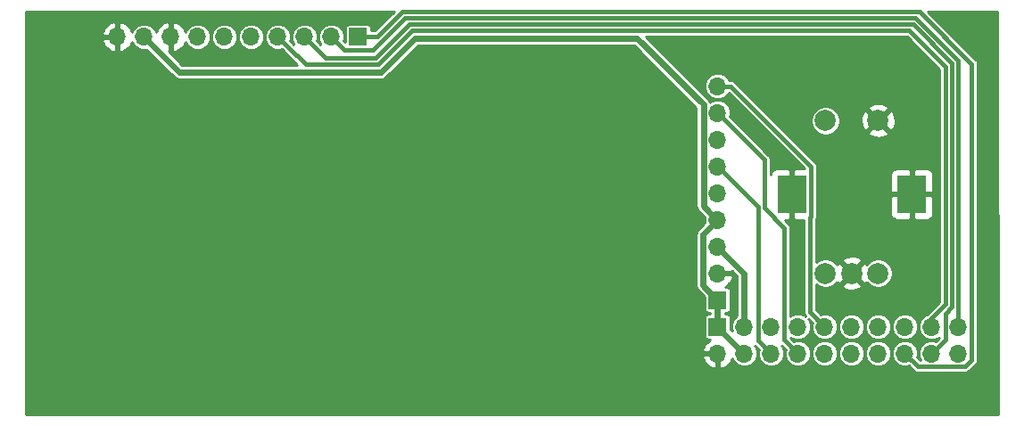
<source format=gtl>
G04 #@! TF.GenerationSoftware,KiCad,Pcbnew,(5.1.4-0)*
G04 #@! TF.CreationDate,2019-11-11T14:35:41+00:00*
G04 #@! TF.ProjectId,2M_DRA818V_Transceiver_tft_encoder,324d5f44-5241-4383-9138-565f5472616e,rev?*
G04 #@! TF.SameCoordinates,Original*
G04 #@! TF.FileFunction,Copper,L1,Top*
G04 #@! TF.FilePolarity,Positive*
%FSLAX46Y46*%
G04 Gerber Fmt 4.6, Leading zero omitted, Abs format (unit mm)*
G04 Created by KiCad (PCBNEW (5.1.4-0)) date 2019-11-11 14:35:41*
%MOMM*%
%LPD*%
G04 APERTURE LIST*
%ADD10R,1.700000X1.700000*%
%ADD11O,1.700000X1.700000*%
%ADD12R,2.800000X3.600000*%
%ADD13C,2.000000*%
%ADD14C,0.600000*%
%ADD15C,0.400000*%
%ADD16C,0.254000*%
G04 APERTURE END LIST*
D10*
X114046000Y-142367000D03*
D11*
X114046000Y-144907000D03*
X116586000Y-142367000D03*
X116586000Y-144907000D03*
X119126000Y-142367000D03*
X119126000Y-144907000D03*
X121666000Y-142367000D03*
X121666000Y-144907000D03*
X124206000Y-142367000D03*
X124206000Y-144907000D03*
X126746000Y-142367000D03*
X126746000Y-144907000D03*
X129286000Y-142367000D03*
X129286000Y-144907000D03*
X131826000Y-142367000D03*
X131826000Y-144907000D03*
X134366000Y-142367000D03*
X134366000Y-144907000D03*
X136906000Y-142367000D03*
X136906000Y-144907000D03*
D10*
X114046000Y-139827000D03*
D11*
X114046000Y-137287000D03*
X114046000Y-134747000D03*
X114046000Y-132207000D03*
X114046000Y-129667000D03*
X114046000Y-127127000D03*
X114046000Y-124587000D03*
X114046000Y-122047000D03*
X114046000Y-119507000D03*
D12*
X121086000Y-129787000D03*
X132486000Y-129787000D03*
D13*
X124286000Y-122787000D03*
X129286000Y-122787000D03*
X124286000Y-137287000D03*
X126786000Y-137287000D03*
X129286000Y-137287000D03*
D10*
X79921100Y-114833400D03*
D11*
X77381100Y-114833400D03*
X74841100Y-114833400D03*
X72301100Y-114833400D03*
X69761100Y-114833400D03*
X67221100Y-114833400D03*
X64681100Y-114833400D03*
X62141100Y-114833400D03*
X59601100Y-114833400D03*
X57061100Y-114833400D03*
D14*
X116586000Y-144907000D02*
X114046000Y-142367000D01*
X113196001Y-133056999D02*
X114046000Y-132207000D01*
X112687100Y-133565900D02*
X113196001Y-133056999D01*
X112687100Y-138468100D02*
X112687100Y-133565900D01*
X114046000Y-139827000D02*
X112687100Y-138468100D01*
X113196001Y-131357001D02*
X114046000Y-132207000D01*
X112695999Y-121268499D02*
X112695999Y-130856999D01*
X85336385Y-114951750D02*
X106379250Y-114951750D01*
X59601100Y-114833400D02*
X62933120Y-118165420D01*
X62933120Y-118165420D02*
X82122715Y-118165420D01*
X106379250Y-114951750D02*
X112695999Y-121268499D01*
X112695999Y-130856999D02*
X113196001Y-131357001D01*
X82122715Y-118165420D02*
X85336385Y-114951750D01*
X114046000Y-142367000D02*
X114046000Y-139827000D01*
X116586000Y-137287000D02*
X114046000Y-134747000D01*
X116586000Y-142367000D02*
X116586000Y-137287000D01*
D15*
X117875999Y-130956999D02*
X114895999Y-127976999D01*
X114895999Y-127976999D02*
X114046000Y-127127000D01*
X117875999Y-143656999D02*
X117875999Y-130956999D01*
X119126000Y-144907000D02*
X117875999Y-143656999D01*
X114895999Y-122896999D02*
X114046000Y-122047000D01*
X118476009Y-131097011D02*
X118476009Y-126477009D01*
X120376001Y-132997003D02*
X118476009Y-131097011D01*
X120376001Y-143617001D02*
X120376001Y-132997003D01*
X118476009Y-126477009D02*
X114895999Y-122896999D01*
X121666000Y-144907000D02*
X120376001Y-143617001D01*
X122886001Y-127144920D02*
X115248081Y-119507000D01*
X115248081Y-119507000D02*
X114046000Y-119507000D01*
X122886001Y-131907001D02*
X122886001Y-127144920D01*
X122806001Y-131987001D02*
X122886001Y-131907001D01*
X122806001Y-140967001D02*
X122806001Y-131987001D01*
X124206000Y-142367000D02*
X122806001Y-140967001D01*
X84144290Y-112451710D02*
X81762600Y-114833400D01*
X81762600Y-114833400D02*
X79921100Y-114833400D01*
X133203510Y-112451710D02*
X84144290Y-112451710D01*
X138156001Y-145507001D02*
X138156001Y-117404201D01*
X138156001Y-117404201D02*
X133203510Y-112451710D01*
X137506001Y-146157001D02*
X138156001Y-145507001D01*
X133076001Y-146157001D02*
X137506001Y-146157001D01*
X131826000Y-144907000D02*
X133076001Y-146157001D01*
X73151099Y-115683399D02*
X72301100Y-114833400D01*
X74933110Y-117465410D02*
X73151099Y-115683399D01*
X81832762Y-117465410D02*
X74933110Y-117465410D01*
X132247640Y-114251740D02*
X85046432Y-114251740D01*
X135705980Y-117710080D02*
X132247640Y-114251740D01*
X135705980Y-140241978D02*
X135705980Y-117710080D01*
X85046432Y-114251740D02*
X81832762Y-117465410D01*
X134366000Y-141581958D02*
X135705980Y-140241978D01*
X134366000Y-142367000D02*
X134366000Y-141581958D01*
X76873100Y-116865400D02*
X75691099Y-115683399D01*
X81584230Y-116865400D02*
X76873100Y-116865400D01*
X84797900Y-113651730D02*
X81584230Y-116865400D01*
X132589788Y-113651730D02*
X84797900Y-113651730D01*
X136305990Y-117367932D02*
X132589788Y-113651730D01*
X136305990Y-140490510D02*
X136305990Y-117367932D01*
X135655999Y-141140501D02*
X136305990Y-140490510D01*
X75691099Y-115683399D02*
X74841100Y-114833400D01*
X135655999Y-143617001D02*
X135655999Y-141140501D01*
X134366000Y-144907000D02*
X135655999Y-143617001D01*
X78231099Y-115683399D02*
X77381100Y-114833400D01*
X84392822Y-113051720D02*
X81361141Y-116083401D01*
X81361141Y-116083401D02*
X78631101Y-116083401D01*
X78631101Y-116083401D02*
X78231099Y-115683399D01*
X132838320Y-113051720D02*
X84392822Y-113051720D01*
X136906000Y-117119400D02*
X132838320Y-113051720D01*
X136906000Y-142367000D02*
X136906000Y-117119400D01*
D16*
G36*
X81521943Y-114252400D02*
G01*
X81153943Y-114252400D01*
X81153943Y-113983400D01*
X81146587Y-113908711D01*
X81124801Y-113836892D01*
X81089422Y-113770704D01*
X81041811Y-113712689D01*
X80983796Y-113665078D01*
X80917608Y-113629699D01*
X80845789Y-113607913D01*
X80771100Y-113600557D01*
X79071100Y-113600557D01*
X78996411Y-113607913D01*
X78924592Y-113629699D01*
X78858404Y-113665078D01*
X78800389Y-113712689D01*
X78752778Y-113770704D01*
X78717399Y-113836892D01*
X78695613Y-113908711D01*
X78688257Y-113983400D01*
X78688257Y-115318900D01*
X78662112Y-115292755D01*
X78662108Y-115292750D01*
X78559327Y-115189969D01*
X78594288Y-115074718D01*
X78618056Y-114833400D01*
X78594288Y-114592082D01*
X78523898Y-114360037D01*
X78409591Y-114146184D01*
X78255760Y-113958740D01*
X78068316Y-113804909D01*
X77854463Y-113690602D01*
X77622418Y-113620212D01*
X77441572Y-113602400D01*
X77320628Y-113602400D01*
X77139782Y-113620212D01*
X76907737Y-113690602D01*
X76693884Y-113804909D01*
X76506440Y-113958740D01*
X76352609Y-114146184D01*
X76238302Y-114360037D01*
X76167912Y-114592082D01*
X76144144Y-114833400D01*
X76167912Y-115074718D01*
X76238302Y-115306763D01*
X76352609Y-115520616D01*
X76364672Y-115535314D01*
X76122112Y-115292755D01*
X76122108Y-115292750D01*
X76019327Y-115189969D01*
X76054288Y-115074718D01*
X76078056Y-114833400D01*
X76054288Y-114592082D01*
X75983898Y-114360037D01*
X75869591Y-114146184D01*
X75715760Y-113958740D01*
X75528316Y-113804909D01*
X75314463Y-113690602D01*
X75082418Y-113620212D01*
X74901572Y-113602400D01*
X74780628Y-113602400D01*
X74599782Y-113620212D01*
X74367737Y-113690602D01*
X74153884Y-113804909D01*
X73966440Y-113958740D01*
X73812609Y-114146184D01*
X73698302Y-114360037D01*
X73627912Y-114592082D01*
X73604144Y-114833400D01*
X73627912Y-115074718D01*
X73698302Y-115306763D01*
X73812609Y-115520616D01*
X73824671Y-115535314D01*
X73582112Y-115292755D01*
X73582108Y-115292750D01*
X73479327Y-115189969D01*
X73514288Y-115074718D01*
X73538056Y-114833400D01*
X73514288Y-114592082D01*
X73443898Y-114360037D01*
X73329591Y-114146184D01*
X73175760Y-113958740D01*
X72988316Y-113804909D01*
X72774463Y-113690602D01*
X72542418Y-113620212D01*
X72361572Y-113602400D01*
X72240628Y-113602400D01*
X72059782Y-113620212D01*
X71827737Y-113690602D01*
X71613884Y-113804909D01*
X71426440Y-113958740D01*
X71272609Y-114146184D01*
X71158302Y-114360037D01*
X71087912Y-114592082D01*
X71064144Y-114833400D01*
X71087912Y-115074718D01*
X71158302Y-115306763D01*
X71272609Y-115520616D01*
X71426440Y-115708060D01*
X71613884Y-115861891D01*
X71827737Y-115976198D01*
X72059782Y-116046588D01*
X72240628Y-116064400D01*
X72361572Y-116064400D01*
X72542418Y-116046588D01*
X72657669Y-116011627D01*
X72760450Y-116114408D01*
X72760455Y-116114412D01*
X74130462Y-117484420D01*
X63215199Y-117484420D01*
X61929160Y-116198381D01*
X62014100Y-116153555D01*
X62014100Y-114960400D01*
X61994100Y-114960400D01*
X61994100Y-114706400D01*
X62014100Y-114706400D01*
X62014100Y-113513245D01*
X62268100Y-113513245D01*
X62268100Y-114706400D01*
X62288100Y-114706400D01*
X62288100Y-114960400D01*
X62268100Y-114960400D01*
X62268100Y-116153555D01*
X62497990Y-116274876D01*
X62645199Y-116230225D01*
X62908020Y-116105041D01*
X63141369Y-115930988D01*
X63336278Y-115714755D01*
X63485257Y-115464652D01*
X63540083Y-115310095D01*
X63652609Y-115520616D01*
X63806440Y-115708060D01*
X63993884Y-115861891D01*
X64207737Y-115976198D01*
X64439782Y-116046588D01*
X64620628Y-116064400D01*
X64741572Y-116064400D01*
X64922418Y-116046588D01*
X65154463Y-115976198D01*
X65368316Y-115861891D01*
X65555760Y-115708060D01*
X65709591Y-115520616D01*
X65823898Y-115306763D01*
X65894288Y-115074718D01*
X65918056Y-114833400D01*
X65984144Y-114833400D01*
X66007912Y-115074718D01*
X66078302Y-115306763D01*
X66192609Y-115520616D01*
X66346440Y-115708060D01*
X66533884Y-115861891D01*
X66747737Y-115976198D01*
X66979782Y-116046588D01*
X67160628Y-116064400D01*
X67281572Y-116064400D01*
X67462418Y-116046588D01*
X67694463Y-115976198D01*
X67908316Y-115861891D01*
X68095760Y-115708060D01*
X68249591Y-115520616D01*
X68363898Y-115306763D01*
X68434288Y-115074718D01*
X68458056Y-114833400D01*
X68524144Y-114833400D01*
X68547912Y-115074718D01*
X68618302Y-115306763D01*
X68732609Y-115520616D01*
X68886440Y-115708060D01*
X69073884Y-115861891D01*
X69287737Y-115976198D01*
X69519782Y-116046588D01*
X69700628Y-116064400D01*
X69821572Y-116064400D01*
X70002418Y-116046588D01*
X70234463Y-115976198D01*
X70448316Y-115861891D01*
X70635760Y-115708060D01*
X70789591Y-115520616D01*
X70903898Y-115306763D01*
X70974288Y-115074718D01*
X70998056Y-114833400D01*
X70974288Y-114592082D01*
X70903898Y-114360037D01*
X70789591Y-114146184D01*
X70635760Y-113958740D01*
X70448316Y-113804909D01*
X70234463Y-113690602D01*
X70002418Y-113620212D01*
X69821572Y-113602400D01*
X69700628Y-113602400D01*
X69519782Y-113620212D01*
X69287737Y-113690602D01*
X69073884Y-113804909D01*
X68886440Y-113958740D01*
X68732609Y-114146184D01*
X68618302Y-114360037D01*
X68547912Y-114592082D01*
X68524144Y-114833400D01*
X68458056Y-114833400D01*
X68434288Y-114592082D01*
X68363898Y-114360037D01*
X68249591Y-114146184D01*
X68095760Y-113958740D01*
X67908316Y-113804909D01*
X67694463Y-113690602D01*
X67462418Y-113620212D01*
X67281572Y-113602400D01*
X67160628Y-113602400D01*
X66979782Y-113620212D01*
X66747737Y-113690602D01*
X66533884Y-113804909D01*
X66346440Y-113958740D01*
X66192609Y-114146184D01*
X66078302Y-114360037D01*
X66007912Y-114592082D01*
X65984144Y-114833400D01*
X65918056Y-114833400D01*
X65894288Y-114592082D01*
X65823898Y-114360037D01*
X65709591Y-114146184D01*
X65555760Y-113958740D01*
X65368316Y-113804909D01*
X65154463Y-113690602D01*
X64922418Y-113620212D01*
X64741572Y-113602400D01*
X64620628Y-113602400D01*
X64439782Y-113620212D01*
X64207737Y-113690602D01*
X63993884Y-113804909D01*
X63806440Y-113958740D01*
X63652609Y-114146184D01*
X63540083Y-114356705D01*
X63485257Y-114202148D01*
X63336278Y-113952045D01*
X63141369Y-113735812D01*
X62908020Y-113561759D01*
X62645199Y-113436575D01*
X62497990Y-113391924D01*
X62268100Y-113513245D01*
X62014100Y-113513245D01*
X61784210Y-113391924D01*
X61637001Y-113436575D01*
X61374180Y-113561759D01*
X61140831Y-113735812D01*
X60945922Y-113952045D01*
X60796943Y-114202148D01*
X60742117Y-114356705D01*
X60629591Y-114146184D01*
X60475760Y-113958740D01*
X60288316Y-113804909D01*
X60074463Y-113690602D01*
X59842418Y-113620212D01*
X59661572Y-113602400D01*
X59540628Y-113602400D01*
X59359782Y-113620212D01*
X59127737Y-113690602D01*
X58913884Y-113804909D01*
X58726440Y-113958740D01*
X58572609Y-114146184D01*
X58460083Y-114356705D01*
X58405257Y-114202148D01*
X58256278Y-113952045D01*
X58061369Y-113735812D01*
X57828020Y-113561759D01*
X57565199Y-113436575D01*
X57417990Y-113391924D01*
X57188100Y-113513245D01*
X57188100Y-114706400D01*
X57208100Y-114706400D01*
X57208100Y-114960400D01*
X57188100Y-114960400D01*
X57188100Y-116153555D01*
X57417990Y-116274876D01*
X57565199Y-116230225D01*
X57828020Y-116105041D01*
X58061369Y-115930988D01*
X58256278Y-115714755D01*
X58405257Y-115464652D01*
X58460083Y-115310095D01*
X58572609Y-115520616D01*
X58726440Y-115708060D01*
X58913884Y-115861891D01*
X59127737Y-115976198D01*
X59359782Y-116046588D01*
X59540628Y-116064400D01*
X59661572Y-116064400D01*
X59842418Y-116046588D01*
X59849164Y-116044542D01*
X62427920Y-118623299D01*
X62449250Y-118649290D01*
X62552946Y-118734390D01*
X62671252Y-118797626D01*
X62799621Y-118836566D01*
X62933120Y-118849715D01*
X62966573Y-118846420D01*
X82089262Y-118846420D01*
X82122715Y-118849715D01*
X82156168Y-118846420D01*
X82256214Y-118836566D01*
X82384583Y-118797626D01*
X82502889Y-118734390D01*
X82606585Y-118649290D01*
X82627919Y-118623294D01*
X85618464Y-115632750D01*
X106097172Y-115632750D01*
X112014999Y-121550578D01*
X112015000Y-130823536D01*
X112011704Y-130856999D01*
X112024853Y-130990497D01*
X112056594Y-131095132D01*
X112063794Y-131118867D01*
X112127030Y-131237173D01*
X112212130Y-131340869D01*
X112238120Y-131362199D01*
X112738116Y-131862195D01*
X112738121Y-131862199D01*
X112834858Y-131958936D01*
X112832812Y-131965682D01*
X112809044Y-132207000D01*
X112832812Y-132448318D01*
X112834858Y-132455064D01*
X112738121Y-132551801D01*
X112738116Y-132551805D01*
X112229221Y-133060700D01*
X112203231Y-133082030D01*
X112118131Y-133185726D01*
X112091531Y-133235491D01*
X112054895Y-133304032D01*
X112015954Y-133432402D01*
X112002805Y-133565900D01*
X112006101Y-133599363D01*
X112006100Y-138434647D01*
X112002805Y-138468100D01*
X112006100Y-138501552D01*
X112015954Y-138601598D01*
X112054894Y-138729967D01*
X112118130Y-138848273D01*
X112203230Y-138951969D01*
X112229222Y-138973300D01*
X112813157Y-139557235D01*
X112813157Y-140677000D01*
X112820513Y-140751689D01*
X112842299Y-140823508D01*
X112877678Y-140889696D01*
X112925289Y-140947711D01*
X112983304Y-140995322D01*
X113049492Y-141030701D01*
X113121311Y-141052487D01*
X113196000Y-141059843D01*
X113365001Y-141059843D01*
X113365000Y-141134157D01*
X113196000Y-141134157D01*
X113121311Y-141141513D01*
X113049492Y-141163299D01*
X112983304Y-141198678D01*
X112925289Y-141246289D01*
X112877678Y-141304304D01*
X112842299Y-141370492D01*
X112820513Y-141442311D01*
X112813157Y-141517000D01*
X112813157Y-143217000D01*
X112820513Y-143291689D01*
X112842299Y-143363508D01*
X112877678Y-143429696D01*
X112925289Y-143487711D01*
X112983304Y-143535322D01*
X113049492Y-143570701D01*
X113121311Y-143592487D01*
X113196000Y-143599843D01*
X113353645Y-143599843D01*
X113279080Y-143635359D01*
X113045731Y-143809412D01*
X112850822Y-144025645D01*
X112701843Y-144275748D01*
X112604519Y-144550109D01*
X112725186Y-144780000D01*
X113919000Y-144780000D01*
X113919000Y-144760000D01*
X114173000Y-144760000D01*
X114173000Y-144780000D01*
X114193000Y-144780000D01*
X114193000Y-145034000D01*
X114173000Y-145034000D01*
X114173000Y-146227155D01*
X114402890Y-146348476D01*
X114550099Y-146303825D01*
X114812920Y-146178641D01*
X115046269Y-146004588D01*
X115241178Y-145788355D01*
X115390157Y-145538252D01*
X115444983Y-145383695D01*
X115557509Y-145594216D01*
X115711340Y-145781660D01*
X115898784Y-145935491D01*
X116112637Y-146049798D01*
X116344682Y-146120188D01*
X116525528Y-146138000D01*
X116646472Y-146138000D01*
X116827318Y-146120188D01*
X117059363Y-146049798D01*
X117273216Y-145935491D01*
X117460660Y-145781660D01*
X117614491Y-145594216D01*
X117728798Y-145380363D01*
X117799188Y-145148318D01*
X117822956Y-144907000D01*
X117799188Y-144665682D01*
X117728798Y-144433637D01*
X117614491Y-144219784D01*
X117602428Y-144205085D01*
X117947773Y-144550431D01*
X117912812Y-144665682D01*
X117889044Y-144907000D01*
X117912812Y-145148318D01*
X117983202Y-145380363D01*
X118097509Y-145594216D01*
X118251340Y-145781660D01*
X118438784Y-145935491D01*
X118652637Y-146049798D01*
X118884682Y-146120188D01*
X119065528Y-146138000D01*
X119186472Y-146138000D01*
X119367318Y-146120188D01*
X119599363Y-146049798D01*
X119813216Y-145935491D01*
X120000660Y-145781660D01*
X120154491Y-145594216D01*
X120268798Y-145380363D01*
X120339188Y-145148318D01*
X120362956Y-144907000D01*
X120339188Y-144665682D01*
X120268798Y-144433637D01*
X120154491Y-144219784D01*
X120142428Y-144205085D01*
X120487773Y-144550431D01*
X120452812Y-144665682D01*
X120429044Y-144907000D01*
X120452812Y-145148318D01*
X120523202Y-145380363D01*
X120637509Y-145594216D01*
X120791340Y-145781660D01*
X120978784Y-145935491D01*
X121192637Y-146049798D01*
X121424682Y-146120188D01*
X121605528Y-146138000D01*
X121726472Y-146138000D01*
X121907318Y-146120188D01*
X122139363Y-146049798D01*
X122353216Y-145935491D01*
X122540660Y-145781660D01*
X122694491Y-145594216D01*
X122808798Y-145380363D01*
X122879188Y-145148318D01*
X122902956Y-144907000D01*
X122969044Y-144907000D01*
X122992812Y-145148318D01*
X123063202Y-145380363D01*
X123177509Y-145594216D01*
X123331340Y-145781660D01*
X123518784Y-145935491D01*
X123732637Y-146049798D01*
X123964682Y-146120188D01*
X124145528Y-146138000D01*
X124266472Y-146138000D01*
X124447318Y-146120188D01*
X124679363Y-146049798D01*
X124893216Y-145935491D01*
X125080660Y-145781660D01*
X125234491Y-145594216D01*
X125348798Y-145380363D01*
X125419188Y-145148318D01*
X125442956Y-144907000D01*
X125509044Y-144907000D01*
X125532812Y-145148318D01*
X125603202Y-145380363D01*
X125717509Y-145594216D01*
X125871340Y-145781660D01*
X126058784Y-145935491D01*
X126272637Y-146049798D01*
X126504682Y-146120188D01*
X126685528Y-146138000D01*
X126806472Y-146138000D01*
X126987318Y-146120188D01*
X127219363Y-146049798D01*
X127433216Y-145935491D01*
X127620660Y-145781660D01*
X127774491Y-145594216D01*
X127888798Y-145380363D01*
X127959188Y-145148318D01*
X127982956Y-144907000D01*
X128049044Y-144907000D01*
X128072812Y-145148318D01*
X128143202Y-145380363D01*
X128257509Y-145594216D01*
X128411340Y-145781660D01*
X128598784Y-145935491D01*
X128812637Y-146049798D01*
X129044682Y-146120188D01*
X129225528Y-146138000D01*
X129346472Y-146138000D01*
X129527318Y-146120188D01*
X129759363Y-146049798D01*
X129973216Y-145935491D01*
X130160660Y-145781660D01*
X130314491Y-145594216D01*
X130428798Y-145380363D01*
X130499188Y-145148318D01*
X130522956Y-144907000D01*
X130499188Y-144665682D01*
X130428798Y-144433637D01*
X130314491Y-144219784D01*
X130160660Y-144032340D01*
X129973216Y-143878509D01*
X129759363Y-143764202D01*
X129527318Y-143693812D01*
X129346472Y-143676000D01*
X129225528Y-143676000D01*
X129044682Y-143693812D01*
X128812637Y-143764202D01*
X128598784Y-143878509D01*
X128411340Y-144032340D01*
X128257509Y-144219784D01*
X128143202Y-144433637D01*
X128072812Y-144665682D01*
X128049044Y-144907000D01*
X127982956Y-144907000D01*
X127959188Y-144665682D01*
X127888798Y-144433637D01*
X127774491Y-144219784D01*
X127620660Y-144032340D01*
X127433216Y-143878509D01*
X127219363Y-143764202D01*
X126987318Y-143693812D01*
X126806472Y-143676000D01*
X126685528Y-143676000D01*
X126504682Y-143693812D01*
X126272637Y-143764202D01*
X126058784Y-143878509D01*
X125871340Y-144032340D01*
X125717509Y-144219784D01*
X125603202Y-144433637D01*
X125532812Y-144665682D01*
X125509044Y-144907000D01*
X125442956Y-144907000D01*
X125419188Y-144665682D01*
X125348798Y-144433637D01*
X125234491Y-144219784D01*
X125080660Y-144032340D01*
X124893216Y-143878509D01*
X124679363Y-143764202D01*
X124447318Y-143693812D01*
X124266472Y-143676000D01*
X124145528Y-143676000D01*
X123964682Y-143693812D01*
X123732637Y-143764202D01*
X123518784Y-143878509D01*
X123331340Y-144032340D01*
X123177509Y-144219784D01*
X123063202Y-144433637D01*
X122992812Y-144665682D01*
X122969044Y-144907000D01*
X122902956Y-144907000D01*
X122879188Y-144665682D01*
X122808798Y-144433637D01*
X122694491Y-144219784D01*
X122540660Y-144032340D01*
X122353216Y-143878509D01*
X122139363Y-143764202D01*
X121907318Y-143693812D01*
X121726472Y-143676000D01*
X121605528Y-143676000D01*
X121424682Y-143693812D01*
X121309431Y-143728773D01*
X120964085Y-143383428D01*
X120978784Y-143395491D01*
X121192637Y-143509798D01*
X121424682Y-143580188D01*
X121605528Y-143598000D01*
X121726472Y-143598000D01*
X121907318Y-143580188D01*
X122139363Y-143509798D01*
X122353216Y-143395491D01*
X122540660Y-143241660D01*
X122694491Y-143054216D01*
X122808798Y-142840363D01*
X122879188Y-142608318D01*
X122902956Y-142367000D01*
X122879188Y-142125682D01*
X122808798Y-141893637D01*
X122694491Y-141679784D01*
X122682428Y-141665085D01*
X123027773Y-142010431D01*
X122992812Y-142125682D01*
X122969044Y-142367000D01*
X122992812Y-142608318D01*
X123063202Y-142840363D01*
X123177509Y-143054216D01*
X123331340Y-143241660D01*
X123518784Y-143395491D01*
X123732637Y-143509798D01*
X123964682Y-143580188D01*
X124145528Y-143598000D01*
X124266472Y-143598000D01*
X124447318Y-143580188D01*
X124679363Y-143509798D01*
X124893216Y-143395491D01*
X125080660Y-143241660D01*
X125234491Y-143054216D01*
X125348798Y-142840363D01*
X125419188Y-142608318D01*
X125442956Y-142367000D01*
X125509044Y-142367000D01*
X125532812Y-142608318D01*
X125603202Y-142840363D01*
X125717509Y-143054216D01*
X125871340Y-143241660D01*
X126058784Y-143395491D01*
X126272637Y-143509798D01*
X126504682Y-143580188D01*
X126685528Y-143598000D01*
X126806472Y-143598000D01*
X126987318Y-143580188D01*
X127219363Y-143509798D01*
X127433216Y-143395491D01*
X127620660Y-143241660D01*
X127774491Y-143054216D01*
X127888798Y-142840363D01*
X127959188Y-142608318D01*
X127982956Y-142367000D01*
X128049044Y-142367000D01*
X128072812Y-142608318D01*
X128143202Y-142840363D01*
X128257509Y-143054216D01*
X128411340Y-143241660D01*
X128598784Y-143395491D01*
X128812637Y-143509798D01*
X129044682Y-143580188D01*
X129225528Y-143598000D01*
X129346472Y-143598000D01*
X129527318Y-143580188D01*
X129759363Y-143509798D01*
X129973216Y-143395491D01*
X130160660Y-143241660D01*
X130314491Y-143054216D01*
X130428798Y-142840363D01*
X130499188Y-142608318D01*
X130522956Y-142367000D01*
X130589044Y-142367000D01*
X130612812Y-142608318D01*
X130683202Y-142840363D01*
X130797509Y-143054216D01*
X130951340Y-143241660D01*
X131138784Y-143395491D01*
X131352637Y-143509798D01*
X131584682Y-143580188D01*
X131765528Y-143598000D01*
X131886472Y-143598000D01*
X132067318Y-143580188D01*
X132299363Y-143509798D01*
X132513216Y-143395491D01*
X132700660Y-143241660D01*
X132854491Y-143054216D01*
X132968798Y-142840363D01*
X133039188Y-142608318D01*
X133062956Y-142367000D01*
X133039188Y-142125682D01*
X132968798Y-141893637D01*
X132854491Y-141679784D01*
X132700660Y-141492340D01*
X132513216Y-141338509D01*
X132299363Y-141224202D01*
X132067318Y-141153812D01*
X131886472Y-141136000D01*
X131765528Y-141136000D01*
X131584682Y-141153812D01*
X131352637Y-141224202D01*
X131138784Y-141338509D01*
X130951340Y-141492340D01*
X130797509Y-141679784D01*
X130683202Y-141893637D01*
X130612812Y-142125682D01*
X130589044Y-142367000D01*
X130522956Y-142367000D01*
X130499188Y-142125682D01*
X130428798Y-141893637D01*
X130314491Y-141679784D01*
X130160660Y-141492340D01*
X129973216Y-141338509D01*
X129759363Y-141224202D01*
X129527318Y-141153812D01*
X129346472Y-141136000D01*
X129225528Y-141136000D01*
X129044682Y-141153812D01*
X128812637Y-141224202D01*
X128598784Y-141338509D01*
X128411340Y-141492340D01*
X128257509Y-141679784D01*
X128143202Y-141893637D01*
X128072812Y-142125682D01*
X128049044Y-142367000D01*
X127982956Y-142367000D01*
X127959188Y-142125682D01*
X127888798Y-141893637D01*
X127774491Y-141679784D01*
X127620660Y-141492340D01*
X127433216Y-141338509D01*
X127219363Y-141224202D01*
X126987318Y-141153812D01*
X126806472Y-141136000D01*
X126685528Y-141136000D01*
X126504682Y-141153812D01*
X126272637Y-141224202D01*
X126058784Y-141338509D01*
X125871340Y-141492340D01*
X125717509Y-141679784D01*
X125603202Y-141893637D01*
X125532812Y-142125682D01*
X125509044Y-142367000D01*
X125442956Y-142367000D01*
X125419188Y-142125682D01*
X125348798Y-141893637D01*
X125234491Y-141679784D01*
X125080660Y-141492340D01*
X124893216Y-141338509D01*
X124679363Y-141224202D01*
X124447318Y-141153812D01*
X124266472Y-141136000D01*
X124145528Y-141136000D01*
X123964682Y-141153812D01*
X123849431Y-141188773D01*
X123387001Y-140726344D01*
X123387001Y-138341030D01*
X123405664Y-138359693D01*
X123631851Y-138510826D01*
X123883177Y-138614929D01*
X124149983Y-138668000D01*
X124422017Y-138668000D01*
X124688823Y-138614929D01*
X124940149Y-138510826D01*
X125072468Y-138422413D01*
X125830192Y-138422413D01*
X125925956Y-138686814D01*
X126215571Y-138827704D01*
X126527108Y-138909384D01*
X126848595Y-138928718D01*
X127167675Y-138884961D01*
X127472088Y-138779795D01*
X127646044Y-138686814D01*
X127741808Y-138422413D01*
X126786000Y-137466605D01*
X125830192Y-138422413D01*
X125072468Y-138422413D01*
X125166336Y-138359693D01*
X125358693Y-138167336D01*
X125379993Y-138135458D01*
X125386186Y-138147044D01*
X125650587Y-138242808D01*
X126606395Y-137287000D01*
X126965605Y-137287000D01*
X127921413Y-138242808D01*
X128185814Y-138147044D01*
X128191685Y-138134976D01*
X128213307Y-138167336D01*
X128405664Y-138359693D01*
X128631851Y-138510826D01*
X128883177Y-138614929D01*
X129149983Y-138668000D01*
X129422017Y-138668000D01*
X129688823Y-138614929D01*
X129940149Y-138510826D01*
X130166336Y-138359693D01*
X130358693Y-138167336D01*
X130509826Y-137941149D01*
X130613929Y-137689823D01*
X130667000Y-137423017D01*
X130667000Y-137150983D01*
X130613929Y-136884177D01*
X130509826Y-136632851D01*
X130358693Y-136406664D01*
X130166336Y-136214307D01*
X129940149Y-136063174D01*
X129688823Y-135959071D01*
X129422017Y-135906000D01*
X129149983Y-135906000D01*
X128883177Y-135959071D01*
X128631851Y-136063174D01*
X128405664Y-136214307D01*
X128213307Y-136406664D01*
X128192007Y-136438542D01*
X128185814Y-136426956D01*
X127921413Y-136331192D01*
X126965605Y-137287000D01*
X126606395Y-137287000D01*
X125650587Y-136331192D01*
X125386186Y-136426956D01*
X125380315Y-136439024D01*
X125358693Y-136406664D01*
X125166336Y-136214307D01*
X125072469Y-136151587D01*
X125830192Y-136151587D01*
X126786000Y-137107395D01*
X127741808Y-136151587D01*
X127646044Y-135887186D01*
X127356429Y-135746296D01*
X127044892Y-135664616D01*
X126723405Y-135645282D01*
X126404325Y-135689039D01*
X126099912Y-135794205D01*
X125925956Y-135887186D01*
X125830192Y-136151587D01*
X125072469Y-136151587D01*
X124940149Y-136063174D01*
X124688823Y-135959071D01*
X124422017Y-135906000D01*
X124149983Y-135906000D01*
X123883177Y-135959071D01*
X123631851Y-136063174D01*
X123405664Y-136214307D01*
X123387001Y-136232970D01*
X123387001Y-132202203D01*
X123425372Y-132130416D01*
X123458594Y-132020897D01*
X123467001Y-131935541D01*
X123467001Y-131935540D01*
X123469812Y-131907002D01*
X123467001Y-131878462D01*
X123467001Y-131587000D01*
X130447928Y-131587000D01*
X130460188Y-131711482D01*
X130496498Y-131831180D01*
X130555463Y-131941494D01*
X130634815Y-132038185D01*
X130731506Y-132117537D01*
X130841820Y-132176502D01*
X130961518Y-132212812D01*
X131086000Y-132225072D01*
X132200250Y-132222000D01*
X132359000Y-132063250D01*
X132359000Y-129914000D01*
X132613000Y-129914000D01*
X132613000Y-132063250D01*
X132771750Y-132222000D01*
X133886000Y-132225072D01*
X134010482Y-132212812D01*
X134130180Y-132176502D01*
X134240494Y-132117537D01*
X134337185Y-132038185D01*
X134416537Y-131941494D01*
X134475502Y-131831180D01*
X134511812Y-131711482D01*
X134524072Y-131587000D01*
X134521000Y-130072750D01*
X134362250Y-129914000D01*
X132613000Y-129914000D01*
X132359000Y-129914000D01*
X130609750Y-129914000D01*
X130451000Y-130072750D01*
X130447928Y-131587000D01*
X123467001Y-131587000D01*
X123467001Y-127987000D01*
X130447928Y-127987000D01*
X130451000Y-129501250D01*
X130609750Y-129660000D01*
X132359000Y-129660000D01*
X132359000Y-127510750D01*
X132613000Y-127510750D01*
X132613000Y-129660000D01*
X134362250Y-129660000D01*
X134521000Y-129501250D01*
X134524072Y-127987000D01*
X134511812Y-127862518D01*
X134475502Y-127742820D01*
X134416537Y-127632506D01*
X134337185Y-127535815D01*
X134240494Y-127456463D01*
X134130180Y-127397498D01*
X134010482Y-127361188D01*
X133886000Y-127348928D01*
X132771750Y-127352000D01*
X132613000Y-127510750D01*
X132359000Y-127510750D01*
X132200250Y-127352000D01*
X131086000Y-127348928D01*
X130961518Y-127361188D01*
X130841820Y-127397498D01*
X130731506Y-127456463D01*
X130634815Y-127535815D01*
X130555463Y-127632506D01*
X130496498Y-127742820D01*
X130460188Y-127862518D01*
X130447928Y-127987000D01*
X123467001Y-127987000D01*
X123467001Y-127173459D01*
X123469812Y-127144919D01*
X123458594Y-127031024D01*
X123425372Y-126921505D01*
X123371422Y-126820572D01*
X123298818Y-126732103D01*
X123276646Y-126713907D01*
X119213722Y-122650983D01*
X122905000Y-122650983D01*
X122905000Y-122923017D01*
X122958071Y-123189823D01*
X123062174Y-123441149D01*
X123213307Y-123667336D01*
X123405664Y-123859693D01*
X123631851Y-124010826D01*
X123883177Y-124114929D01*
X124149983Y-124168000D01*
X124422017Y-124168000D01*
X124688823Y-124114929D01*
X124940149Y-124010826D01*
X125072468Y-123922413D01*
X128330192Y-123922413D01*
X128425956Y-124186814D01*
X128715571Y-124327704D01*
X129027108Y-124409384D01*
X129348595Y-124428718D01*
X129667675Y-124384961D01*
X129972088Y-124279795D01*
X130146044Y-124186814D01*
X130241808Y-123922413D01*
X129286000Y-122966605D01*
X128330192Y-123922413D01*
X125072468Y-123922413D01*
X125166336Y-123859693D01*
X125358693Y-123667336D01*
X125509826Y-123441149D01*
X125613929Y-123189823D01*
X125667000Y-122923017D01*
X125667000Y-122849595D01*
X127644282Y-122849595D01*
X127688039Y-123168675D01*
X127793205Y-123473088D01*
X127886186Y-123647044D01*
X128150587Y-123742808D01*
X129106395Y-122787000D01*
X129465605Y-122787000D01*
X130421413Y-123742808D01*
X130685814Y-123647044D01*
X130826704Y-123357429D01*
X130908384Y-123045892D01*
X130927718Y-122724405D01*
X130883961Y-122405325D01*
X130778795Y-122100912D01*
X130685814Y-121926956D01*
X130421413Y-121831192D01*
X129465605Y-122787000D01*
X129106395Y-122787000D01*
X128150587Y-121831192D01*
X127886186Y-121926956D01*
X127745296Y-122216571D01*
X127663616Y-122528108D01*
X127644282Y-122849595D01*
X125667000Y-122849595D01*
X125667000Y-122650983D01*
X125613929Y-122384177D01*
X125509826Y-122132851D01*
X125358693Y-121906664D01*
X125166336Y-121714307D01*
X125072469Y-121651587D01*
X128330192Y-121651587D01*
X129286000Y-122607395D01*
X130241808Y-121651587D01*
X130146044Y-121387186D01*
X129856429Y-121246296D01*
X129544892Y-121164616D01*
X129223405Y-121145282D01*
X128904325Y-121189039D01*
X128599912Y-121294205D01*
X128425956Y-121387186D01*
X128330192Y-121651587D01*
X125072469Y-121651587D01*
X124940149Y-121563174D01*
X124688823Y-121459071D01*
X124422017Y-121406000D01*
X124149983Y-121406000D01*
X123883177Y-121459071D01*
X123631851Y-121563174D01*
X123405664Y-121714307D01*
X123213307Y-121906664D01*
X123062174Y-122132851D01*
X122958071Y-122384177D01*
X122905000Y-122650983D01*
X119213722Y-122650983D01*
X115679098Y-119116360D01*
X115660898Y-119094183D01*
X115572429Y-119021579D01*
X115471496Y-118967629D01*
X115361977Y-118934407D01*
X115276621Y-118926000D01*
X115248081Y-118923189D01*
X115219541Y-118926000D01*
X115131265Y-118926000D01*
X115074491Y-118819784D01*
X114920660Y-118632340D01*
X114733216Y-118478509D01*
X114519363Y-118364202D01*
X114287318Y-118293812D01*
X114106472Y-118276000D01*
X113985528Y-118276000D01*
X113804682Y-118293812D01*
X113572637Y-118364202D01*
X113358784Y-118478509D01*
X113171340Y-118632340D01*
X113017509Y-118819784D01*
X112903202Y-119033637D01*
X112832812Y-119265682D01*
X112809044Y-119507000D01*
X112832812Y-119748318D01*
X112903202Y-119980363D01*
X113017509Y-120194216D01*
X113171340Y-120381660D01*
X113358784Y-120535491D01*
X113572637Y-120649798D01*
X113804682Y-120720188D01*
X113985528Y-120738000D01*
X114106472Y-120738000D01*
X114287318Y-120720188D01*
X114519363Y-120649798D01*
X114733216Y-120535491D01*
X114920660Y-120381660D01*
X115074491Y-120194216D01*
X115088128Y-120168704D01*
X122268949Y-127349526D01*
X121371750Y-127352000D01*
X121213000Y-127510750D01*
X121213000Y-129660000D01*
X121233000Y-129660000D01*
X121233000Y-129914000D01*
X121213000Y-129914000D01*
X121213000Y-132063250D01*
X121371750Y-132222000D01*
X122225002Y-132224352D01*
X122225001Y-140938461D01*
X122222190Y-140967001D01*
X122232760Y-141074321D01*
X122233408Y-141080896D01*
X122266630Y-141190415D01*
X122320580Y-141291348D01*
X122371799Y-141353759D01*
X122353216Y-141338509D01*
X122139363Y-141224202D01*
X121907318Y-141153812D01*
X121726472Y-141136000D01*
X121605528Y-141136000D01*
X121424682Y-141153812D01*
X121192637Y-141224202D01*
X120978784Y-141338509D01*
X120957001Y-141356386D01*
X120957001Y-133025539D01*
X120959812Y-132997002D01*
X120953576Y-132933694D01*
X120948594Y-132883107D01*
X120915372Y-132773588D01*
X120861422Y-132672655D01*
X120788818Y-132584186D01*
X120766646Y-132565990D01*
X120423694Y-132223038D01*
X120800250Y-132222000D01*
X120959000Y-132063250D01*
X120959000Y-129914000D01*
X120939000Y-129914000D01*
X120939000Y-129660000D01*
X120959000Y-129660000D01*
X120959000Y-127510750D01*
X120800250Y-127352000D01*
X119686000Y-127348928D01*
X119561518Y-127361188D01*
X119441820Y-127397498D01*
X119331506Y-127456463D01*
X119234815Y-127535815D01*
X119155463Y-127632506D01*
X119096498Y-127742820D01*
X119060188Y-127862518D01*
X119057009Y-127894796D01*
X119057009Y-126505549D01*
X119059820Y-126477009D01*
X119048602Y-126363113D01*
X119015380Y-126253594D01*
X118961430Y-126152661D01*
X118907019Y-126086361D01*
X118888826Y-126064192D01*
X118866654Y-126045996D01*
X115327013Y-122506356D01*
X115327008Y-122506350D01*
X115224227Y-122403569D01*
X115259188Y-122288318D01*
X115282956Y-122047000D01*
X115259188Y-121805682D01*
X115188798Y-121573637D01*
X115074491Y-121359784D01*
X114920660Y-121172340D01*
X114733216Y-121018509D01*
X114519363Y-120904202D01*
X114287318Y-120833812D01*
X114106472Y-120816000D01*
X113985528Y-120816000D01*
X113804682Y-120833812D01*
X113572637Y-120904202D01*
X113358784Y-121018509D01*
X113337185Y-121036235D01*
X113328205Y-121006632D01*
X113328205Y-121006631D01*
X113264969Y-120888325D01*
X113179868Y-120784629D01*
X113153883Y-120763304D01*
X107223318Y-114832740D01*
X132006983Y-114832740D01*
X135124981Y-117950739D01*
X135124980Y-140001320D01*
X133975355Y-141150946D01*
X133953184Y-141169141D01*
X133934991Y-141191310D01*
X133913089Y-141217998D01*
X133892637Y-141224202D01*
X133678784Y-141338509D01*
X133491340Y-141492340D01*
X133337509Y-141679784D01*
X133223202Y-141893637D01*
X133152812Y-142125682D01*
X133129044Y-142367000D01*
X133152812Y-142608318D01*
X133223202Y-142840363D01*
X133337509Y-143054216D01*
X133491340Y-143241660D01*
X133678784Y-143395491D01*
X133892637Y-143509798D01*
X134124682Y-143580188D01*
X134305528Y-143598000D01*
X134426472Y-143598000D01*
X134607318Y-143580188D01*
X134839363Y-143509798D01*
X135053216Y-143395491D01*
X135067911Y-143383431D01*
X134722569Y-143728773D01*
X134607318Y-143693812D01*
X134426472Y-143676000D01*
X134305528Y-143676000D01*
X134124682Y-143693812D01*
X133892637Y-143764202D01*
X133678784Y-143878509D01*
X133491340Y-144032340D01*
X133337509Y-144219784D01*
X133223202Y-144433637D01*
X133152812Y-144665682D01*
X133129044Y-144907000D01*
X133152812Y-145148318D01*
X133223202Y-145380363D01*
X133327773Y-145576001D01*
X133316659Y-145576001D01*
X133004227Y-145263569D01*
X133039188Y-145148318D01*
X133062956Y-144907000D01*
X133039188Y-144665682D01*
X132968798Y-144433637D01*
X132854491Y-144219784D01*
X132700660Y-144032340D01*
X132513216Y-143878509D01*
X132299363Y-143764202D01*
X132067318Y-143693812D01*
X131886472Y-143676000D01*
X131765528Y-143676000D01*
X131584682Y-143693812D01*
X131352637Y-143764202D01*
X131138784Y-143878509D01*
X130951340Y-144032340D01*
X130797509Y-144219784D01*
X130683202Y-144433637D01*
X130612812Y-144665682D01*
X130589044Y-144907000D01*
X130612812Y-145148318D01*
X130683202Y-145380363D01*
X130797509Y-145594216D01*
X130951340Y-145781660D01*
X131138784Y-145935491D01*
X131352637Y-146049798D01*
X131584682Y-146120188D01*
X131765528Y-146138000D01*
X131886472Y-146138000D01*
X132067318Y-146120188D01*
X132182569Y-146085227D01*
X132644988Y-146547646D01*
X132663184Y-146569818D01*
X132751653Y-146642422D01*
X132852586Y-146696372D01*
X132962105Y-146729594D01*
X133047461Y-146738001D01*
X133047463Y-146738001D01*
X133076000Y-146740812D01*
X133104537Y-146738001D01*
X137477461Y-146738001D01*
X137506001Y-146740812D01*
X137534541Y-146738001D01*
X137619897Y-146729594D01*
X137729416Y-146696372D01*
X137830349Y-146642422D01*
X137918818Y-146569818D01*
X137937018Y-146547641D01*
X138546647Y-145938013D01*
X138568818Y-145919818D01*
X138641422Y-145831349D01*
X138695372Y-145730416D01*
X138728594Y-145620897D01*
X138737001Y-145535541D01*
X138737001Y-145535540D01*
X138739812Y-145507001D01*
X138737001Y-145478461D01*
X138737001Y-117432741D01*
X138739812Y-117404201D01*
X138728594Y-117290305D01*
X138695372Y-117180786D01*
X138641422Y-117079853D01*
X138611657Y-117043584D01*
X138568818Y-116991384D01*
X138546646Y-116973188D01*
X134006157Y-112432700D01*
X140552486Y-112432700D01*
X140664412Y-150711300D01*
X48374427Y-150711300D01*
X48381506Y-145263891D01*
X112604519Y-145263891D01*
X112701843Y-145538252D01*
X112850822Y-145788355D01*
X113045731Y-146004588D01*
X113279080Y-146178641D01*
X113541901Y-146303825D01*
X113689110Y-146348476D01*
X113919000Y-146227155D01*
X113919000Y-145034000D01*
X112725186Y-145034000D01*
X112604519Y-145263891D01*
X48381506Y-145263891D01*
X48420588Y-115190291D01*
X55619619Y-115190291D01*
X55716943Y-115464652D01*
X55865922Y-115714755D01*
X56060831Y-115930988D01*
X56294180Y-116105041D01*
X56557001Y-116230225D01*
X56704210Y-116274876D01*
X56934100Y-116153555D01*
X56934100Y-114960400D01*
X55740286Y-114960400D01*
X55619619Y-115190291D01*
X48420588Y-115190291D01*
X48421515Y-114476509D01*
X55619619Y-114476509D01*
X55740286Y-114706400D01*
X56934100Y-114706400D01*
X56934100Y-113513245D01*
X56704210Y-113391924D01*
X56557001Y-113436575D01*
X56294180Y-113561759D01*
X56060831Y-113735812D01*
X55865922Y-113952045D01*
X55716943Y-114202148D01*
X55619619Y-114476509D01*
X48421515Y-114476509D01*
X48424172Y-112432700D01*
X83341642Y-112432700D01*
X81521943Y-114252400D01*
X81521943Y-114252400D01*
G37*
X81521943Y-114252400D02*
X81153943Y-114252400D01*
X81153943Y-113983400D01*
X81146587Y-113908711D01*
X81124801Y-113836892D01*
X81089422Y-113770704D01*
X81041811Y-113712689D01*
X80983796Y-113665078D01*
X80917608Y-113629699D01*
X80845789Y-113607913D01*
X80771100Y-113600557D01*
X79071100Y-113600557D01*
X78996411Y-113607913D01*
X78924592Y-113629699D01*
X78858404Y-113665078D01*
X78800389Y-113712689D01*
X78752778Y-113770704D01*
X78717399Y-113836892D01*
X78695613Y-113908711D01*
X78688257Y-113983400D01*
X78688257Y-115318900D01*
X78662112Y-115292755D01*
X78662108Y-115292750D01*
X78559327Y-115189969D01*
X78594288Y-115074718D01*
X78618056Y-114833400D01*
X78594288Y-114592082D01*
X78523898Y-114360037D01*
X78409591Y-114146184D01*
X78255760Y-113958740D01*
X78068316Y-113804909D01*
X77854463Y-113690602D01*
X77622418Y-113620212D01*
X77441572Y-113602400D01*
X77320628Y-113602400D01*
X77139782Y-113620212D01*
X76907737Y-113690602D01*
X76693884Y-113804909D01*
X76506440Y-113958740D01*
X76352609Y-114146184D01*
X76238302Y-114360037D01*
X76167912Y-114592082D01*
X76144144Y-114833400D01*
X76167912Y-115074718D01*
X76238302Y-115306763D01*
X76352609Y-115520616D01*
X76364672Y-115535314D01*
X76122112Y-115292755D01*
X76122108Y-115292750D01*
X76019327Y-115189969D01*
X76054288Y-115074718D01*
X76078056Y-114833400D01*
X76054288Y-114592082D01*
X75983898Y-114360037D01*
X75869591Y-114146184D01*
X75715760Y-113958740D01*
X75528316Y-113804909D01*
X75314463Y-113690602D01*
X75082418Y-113620212D01*
X74901572Y-113602400D01*
X74780628Y-113602400D01*
X74599782Y-113620212D01*
X74367737Y-113690602D01*
X74153884Y-113804909D01*
X73966440Y-113958740D01*
X73812609Y-114146184D01*
X73698302Y-114360037D01*
X73627912Y-114592082D01*
X73604144Y-114833400D01*
X73627912Y-115074718D01*
X73698302Y-115306763D01*
X73812609Y-115520616D01*
X73824671Y-115535314D01*
X73582112Y-115292755D01*
X73582108Y-115292750D01*
X73479327Y-115189969D01*
X73514288Y-115074718D01*
X73538056Y-114833400D01*
X73514288Y-114592082D01*
X73443898Y-114360037D01*
X73329591Y-114146184D01*
X73175760Y-113958740D01*
X72988316Y-113804909D01*
X72774463Y-113690602D01*
X72542418Y-113620212D01*
X72361572Y-113602400D01*
X72240628Y-113602400D01*
X72059782Y-113620212D01*
X71827737Y-113690602D01*
X71613884Y-113804909D01*
X71426440Y-113958740D01*
X71272609Y-114146184D01*
X71158302Y-114360037D01*
X71087912Y-114592082D01*
X71064144Y-114833400D01*
X71087912Y-115074718D01*
X71158302Y-115306763D01*
X71272609Y-115520616D01*
X71426440Y-115708060D01*
X71613884Y-115861891D01*
X71827737Y-115976198D01*
X72059782Y-116046588D01*
X72240628Y-116064400D01*
X72361572Y-116064400D01*
X72542418Y-116046588D01*
X72657669Y-116011627D01*
X72760450Y-116114408D01*
X72760455Y-116114412D01*
X74130462Y-117484420D01*
X63215199Y-117484420D01*
X61929160Y-116198381D01*
X62014100Y-116153555D01*
X62014100Y-114960400D01*
X61994100Y-114960400D01*
X61994100Y-114706400D01*
X62014100Y-114706400D01*
X62014100Y-113513245D01*
X62268100Y-113513245D01*
X62268100Y-114706400D01*
X62288100Y-114706400D01*
X62288100Y-114960400D01*
X62268100Y-114960400D01*
X62268100Y-116153555D01*
X62497990Y-116274876D01*
X62645199Y-116230225D01*
X62908020Y-116105041D01*
X63141369Y-115930988D01*
X63336278Y-115714755D01*
X63485257Y-115464652D01*
X63540083Y-115310095D01*
X63652609Y-115520616D01*
X63806440Y-115708060D01*
X63993884Y-115861891D01*
X64207737Y-115976198D01*
X64439782Y-116046588D01*
X64620628Y-116064400D01*
X64741572Y-116064400D01*
X64922418Y-116046588D01*
X65154463Y-115976198D01*
X65368316Y-115861891D01*
X65555760Y-115708060D01*
X65709591Y-115520616D01*
X65823898Y-115306763D01*
X65894288Y-115074718D01*
X65918056Y-114833400D01*
X65984144Y-114833400D01*
X66007912Y-115074718D01*
X66078302Y-115306763D01*
X66192609Y-115520616D01*
X66346440Y-115708060D01*
X66533884Y-115861891D01*
X66747737Y-115976198D01*
X66979782Y-116046588D01*
X67160628Y-116064400D01*
X67281572Y-116064400D01*
X67462418Y-116046588D01*
X67694463Y-115976198D01*
X67908316Y-115861891D01*
X68095760Y-115708060D01*
X68249591Y-115520616D01*
X68363898Y-115306763D01*
X68434288Y-115074718D01*
X68458056Y-114833400D01*
X68524144Y-114833400D01*
X68547912Y-115074718D01*
X68618302Y-115306763D01*
X68732609Y-115520616D01*
X68886440Y-115708060D01*
X69073884Y-115861891D01*
X69287737Y-115976198D01*
X69519782Y-116046588D01*
X69700628Y-116064400D01*
X69821572Y-116064400D01*
X70002418Y-116046588D01*
X70234463Y-115976198D01*
X70448316Y-115861891D01*
X70635760Y-115708060D01*
X70789591Y-115520616D01*
X70903898Y-115306763D01*
X70974288Y-115074718D01*
X70998056Y-114833400D01*
X70974288Y-114592082D01*
X70903898Y-114360037D01*
X70789591Y-114146184D01*
X70635760Y-113958740D01*
X70448316Y-113804909D01*
X70234463Y-113690602D01*
X70002418Y-113620212D01*
X69821572Y-113602400D01*
X69700628Y-113602400D01*
X69519782Y-113620212D01*
X69287737Y-113690602D01*
X69073884Y-113804909D01*
X68886440Y-113958740D01*
X68732609Y-114146184D01*
X68618302Y-114360037D01*
X68547912Y-114592082D01*
X68524144Y-114833400D01*
X68458056Y-114833400D01*
X68434288Y-114592082D01*
X68363898Y-114360037D01*
X68249591Y-114146184D01*
X68095760Y-113958740D01*
X67908316Y-113804909D01*
X67694463Y-113690602D01*
X67462418Y-113620212D01*
X67281572Y-113602400D01*
X67160628Y-113602400D01*
X66979782Y-113620212D01*
X66747737Y-113690602D01*
X66533884Y-113804909D01*
X66346440Y-113958740D01*
X66192609Y-114146184D01*
X66078302Y-114360037D01*
X66007912Y-114592082D01*
X65984144Y-114833400D01*
X65918056Y-114833400D01*
X65894288Y-114592082D01*
X65823898Y-114360037D01*
X65709591Y-114146184D01*
X65555760Y-113958740D01*
X65368316Y-113804909D01*
X65154463Y-113690602D01*
X64922418Y-113620212D01*
X64741572Y-113602400D01*
X64620628Y-113602400D01*
X64439782Y-113620212D01*
X64207737Y-113690602D01*
X63993884Y-113804909D01*
X63806440Y-113958740D01*
X63652609Y-114146184D01*
X63540083Y-114356705D01*
X63485257Y-114202148D01*
X63336278Y-113952045D01*
X63141369Y-113735812D01*
X62908020Y-113561759D01*
X62645199Y-113436575D01*
X62497990Y-113391924D01*
X62268100Y-113513245D01*
X62014100Y-113513245D01*
X61784210Y-113391924D01*
X61637001Y-113436575D01*
X61374180Y-113561759D01*
X61140831Y-113735812D01*
X60945922Y-113952045D01*
X60796943Y-114202148D01*
X60742117Y-114356705D01*
X60629591Y-114146184D01*
X60475760Y-113958740D01*
X60288316Y-113804909D01*
X60074463Y-113690602D01*
X59842418Y-113620212D01*
X59661572Y-113602400D01*
X59540628Y-113602400D01*
X59359782Y-113620212D01*
X59127737Y-113690602D01*
X58913884Y-113804909D01*
X58726440Y-113958740D01*
X58572609Y-114146184D01*
X58460083Y-114356705D01*
X58405257Y-114202148D01*
X58256278Y-113952045D01*
X58061369Y-113735812D01*
X57828020Y-113561759D01*
X57565199Y-113436575D01*
X57417990Y-113391924D01*
X57188100Y-113513245D01*
X57188100Y-114706400D01*
X57208100Y-114706400D01*
X57208100Y-114960400D01*
X57188100Y-114960400D01*
X57188100Y-116153555D01*
X57417990Y-116274876D01*
X57565199Y-116230225D01*
X57828020Y-116105041D01*
X58061369Y-115930988D01*
X58256278Y-115714755D01*
X58405257Y-115464652D01*
X58460083Y-115310095D01*
X58572609Y-115520616D01*
X58726440Y-115708060D01*
X58913884Y-115861891D01*
X59127737Y-115976198D01*
X59359782Y-116046588D01*
X59540628Y-116064400D01*
X59661572Y-116064400D01*
X59842418Y-116046588D01*
X59849164Y-116044542D01*
X62427920Y-118623299D01*
X62449250Y-118649290D01*
X62552946Y-118734390D01*
X62671252Y-118797626D01*
X62799621Y-118836566D01*
X62933120Y-118849715D01*
X62966573Y-118846420D01*
X82089262Y-118846420D01*
X82122715Y-118849715D01*
X82156168Y-118846420D01*
X82256214Y-118836566D01*
X82384583Y-118797626D01*
X82502889Y-118734390D01*
X82606585Y-118649290D01*
X82627919Y-118623294D01*
X85618464Y-115632750D01*
X106097172Y-115632750D01*
X112014999Y-121550578D01*
X112015000Y-130823536D01*
X112011704Y-130856999D01*
X112024853Y-130990497D01*
X112056594Y-131095132D01*
X112063794Y-131118867D01*
X112127030Y-131237173D01*
X112212130Y-131340869D01*
X112238120Y-131362199D01*
X112738116Y-131862195D01*
X112738121Y-131862199D01*
X112834858Y-131958936D01*
X112832812Y-131965682D01*
X112809044Y-132207000D01*
X112832812Y-132448318D01*
X112834858Y-132455064D01*
X112738121Y-132551801D01*
X112738116Y-132551805D01*
X112229221Y-133060700D01*
X112203231Y-133082030D01*
X112118131Y-133185726D01*
X112091531Y-133235491D01*
X112054895Y-133304032D01*
X112015954Y-133432402D01*
X112002805Y-133565900D01*
X112006101Y-133599363D01*
X112006100Y-138434647D01*
X112002805Y-138468100D01*
X112006100Y-138501552D01*
X112015954Y-138601598D01*
X112054894Y-138729967D01*
X112118130Y-138848273D01*
X112203230Y-138951969D01*
X112229222Y-138973300D01*
X112813157Y-139557235D01*
X112813157Y-140677000D01*
X112820513Y-140751689D01*
X112842299Y-140823508D01*
X112877678Y-140889696D01*
X112925289Y-140947711D01*
X112983304Y-140995322D01*
X113049492Y-141030701D01*
X113121311Y-141052487D01*
X113196000Y-141059843D01*
X113365001Y-141059843D01*
X113365000Y-141134157D01*
X113196000Y-141134157D01*
X113121311Y-141141513D01*
X113049492Y-141163299D01*
X112983304Y-141198678D01*
X112925289Y-141246289D01*
X112877678Y-141304304D01*
X112842299Y-141370492D01*
X112820513Y-141442311D01*
X112813157Y-141517000D01*
X112813157Y-143217000D01*
X112820513Y-143291689D01*
X112842299Y-143363508D01*
X112877678Y-143429696D01*
X112925289Y-143487711D01*
X112983304Y-143535322D01*
X113049492Y-143570701D01*
X113121311Y-143592487D01*
X113196000Y-143599843D01*
X113353645Y-143599843D01*
X113279080Y-143635359D01*
X113045731Y-143809412D01*
X112850822Y-144025645D01*
X112701843Y-144275748D01*
X112604519Y-144550109D01*
X112725186Y-144780000D01*
X113919000Y-144780000D01*
X113919000Y-144760000D01*
X114173000Y-144760000D01*
X114173000Y-144780000D01*
X114193000Y-144780000D01*
X114193000Y-145034000D01*
X114173000Y-145034000D01*
X114173000Y-146227155D01*
X114402890Y-146348476D01*
X114550099Y-146303825D01*
X114812920Y-146178641D01*
X115046269Y-146004588D01*
X115241178Y-145788355D01*
X115390157Y-145538252D01*
X115444983Y-145383695D01*
X115557509Y-145594216D01*
X115711340Y-145781660D01*
X115898784Y-145935491D01*
X116112637Y-146049798D01*
X116344682Y-146120188D01*
X116525528Y-146138000D01*
X116646472Y-146138000D01*
X116827318Y-146120188D01*
X117059363Y-146049798D01*
X117273216Y-145935491D01*
X117460660Y-145781660D01*
X117614491Y-145594216D01*
X117728798Y-145380363D01*
X117799188Y-145148318D01*
X117822956Y-144907000D01*
X117799188Y-144665682D01*
X117728798Y-144433637D01*
X117614491Y-144219784D01*
X117602428Y-144205085D01*
X117947773Y-144550431D01*
X117912812Y-144665682D01*
X117889044Y-144907000D01*
X117912812Y-145148318D01*
X117983202Y-145380363D01*
X118097509Y-145594216D01*
X118251340Y-145781660D01*
X118438784Y-145935491D01*
X118652637Y-146049798D01*
X118884682Y-146120188D01*
X119065528Y-146138000D01*
X119186472Y-146138000D01*
X119367318Y-146120188D01*
X119599363Y-146049798D01*
X119813216Y-145935491D01*
X120000660Y-145781660D01*
X120154491Y-145594216D01*
X120268798Y-145380363D01*
X120339188Y-145148318D01*
X120362956Y-144907000D01*
X120339188Y-144665682D01*
X120268798Y-144433637D01*
X120154491Y-144219784D01*
X120142428Y-144205085D01*
X120487773Y-144550431D01*
X120452812Y-144665682D01*
X120429044Y-144907000D01*
X120452812Y-145148318D01*
X120523202Y-145380363D01*
X120637509Y-145594216D01*
X120791340Y-145781660D01*
X120978784Y-145935491D01*
X121192637Y-146049798D01*
X121424682Y-146120188D01*
X121605528Y-146138000D01*
X121726472Y-146138000D01*
X121907318Y-146120188D01*
X122139363Y-146049798D01*
X122353216Y-145935491D01*
X122540660Y-145781660D01*
X122694491Y-145594216D01*
X122808798Y-145380363D01*
X122879188Y-145148318D01*
X122902956Y-144907000D01*
X122969044Y-144907000D01*
X122992812Y-145148318D01*
X123063202Y-145380363D01*
X123177509Y-145594216D01*
X123331340Y-145781660D01*
X123518784Y-145935491D01*
X123732637Y-146049798D01*
X123964682Y-146120188D01*
X124145528Y-146138000D01*
X124266472Y-146138000D01*
X124447318Y-146120188D01*
X124679363Y-146049798D01*
X124893216Y-145935491D01*
X125080660Y-145781660D01*
X125234491Y-145594216D01*
X125348798Y-145380363D01*
X125419188Y-145148318D01*
X125442956Y-144907000D01*
X125509044Y-144907000D01*
X125532812Y-145148318D01*
X125603202Y-145380363D01*
X125717509Y-145594216D01*
X125871340Y-145781660D01*
X126058784Y-145935491D01*
X126272637Y-146049798D01*
X126504682Y-146120188D01*
X126685528Y-146138000D01*
X126806472Y-146138000D01*
X126987318Y-146120188D01*
X127219363Y-146049798D01*
X127433216Y-145935491D01*
X127620660Y-145781660D01*
X127774491Y-145594216D01*
X127888798Y-145380363D01*
X127959188Y-145148318D01*
X127982956Y-144907000D01*
X128049044Y-144907000D01*
X128072812Y-145148318D01*
X128143202Y-145380363D01*
X128257509Y-145594216D01*
X128411340Y-145781660D01*
X128598784Y-145935491D01*
X128812637Y-146049798D01*
X129044682Y-146120188D01*
X129225528Y-146138000D01*
X129346472Y-146138000D01*
X129527318Y-146120188D01*
X129759363Y-146049798D01*
X129973216Y-145935491D01*
X130160660Y-145781660D01*
X130314491Y-145594216D01*
X130428798Y-145380363D01*
X130499188Y-145148318D01*
X130522956Y-144907000D01*
X130499188Y-144665682D01*
X130428798Y-144433637D01*
X130314491Y-144219784D01*
X130160660Y-144032340D01*
X129973216Y-143878509D01*
X129759363Y-143764202D01*
X129527318Y-143693812D01*
X129346472Y-143676000D01*
X129225528Y-143676000D01*
X129044682Y-143693812D01*
X128812637Y-143764202D01*
X128598784Y-143878509D01*
X128411340Y-144032340D01*
X128257509Y-144219784D01*
X128143202Y-144433637D01*
X128072812Y-144665682D01*
X128049044Y-144907000D01*
X127982956Y-144907000D01*
X127959188Y-144665682D01*
X127888798Y-144433637D01*
X127774491Y-144219784D01*
X127620660Y-144032340D01*
X127433216Y-143878509D01*
X127219363Y-143764202D01*
X126987318Y-143693812D01*
X126806472Y-143676000D01*
X126685528Y-143676000D01*
X126504682Y-143693812D01*
X126272637Y-143764202D01*
X126058784Y-143878509D01*
X125871340Y-144032340D01*
X125717509Y-144219784D01*
X125603202Y-144433637D01*
X125532812Y-144665682D01*
X125509044Y-144907000D01*
X125442956Y-144907000D01*
X125419188Y-144665682D01*
X125348798Y-144433637D01*
X125234491Y-144219784D01*
X125080660Y-144032340D01*
X124893216Y-143878509D01*
X124679363Y-143764202D01*
X124447318Y-143693812D01*
X124266472Y-143676000D01*
X124145528Y-143676000D01*
X123964682Y-143693812D01*
X123732637Y-143764202D01*
X123518784Y-143878509D01*
X123331340Y-144032340D01*
X123177509Y-144219784D01*
X123063202Y-144433637D01*
X122992812Y-144665682D01*
X122969044Y-144907000D01*
X122902956Y-144907000D01*
X122879188Y-144665682D01*
X122808798Y-144433637D01*
X122694491Y-144219784D01*
X122540660Y-144032340D01*
X122353216Y-143878509D01*
X122139363Y-143764202D01*
X121907318Y-143693812D01*
X121726472Y-143676000D01*
X121605528Y-143676000D01*
X121424682Y-143693812D01*
X121309431Y-143728773D01*
X120964085Y-143383428D01*
X120978784Y-143395491D01*
X121192637Y-143509798D01*
X121424682Y-143580188D01*
X121605528Y-143598000D01*
X121726472Y-143598000D01*
X121907318Y-143580188D01*
X122139363Y-143509798D01*
X122353216Y-143395491D01*
X122540660Y-143241660D01*
X122694491Y-143054216D01*
X122808798Y-142840363D01*
X122879188Y-142608318D01*
X122902956Y-142367000D01*
X122879188Y-142125682D01*
X122808798Y-141893637D01*
X122694491Y-141679784D01*
X122682428Y-141665085D01*
X123027773Y-142010431D01*
X122992812Y-142125682D01*
X122969044Y-142367000D01*
X122992812Y-142608318D01*
X123063202Y-142840363D01*
X123177509Y-143054216D01*
X123331340Y-143241660D01*
X123518784Y-143395491D01*
X123732637Y-143509798D01*
X123964682Y-143580188D01*
X124145528Y-143598000D01*
X124266472Y-143598000D01*
X124447318Y-143580188D01*
X124679363Y-143509798D01*
X124893216Y-143395491D01*
X125080660Y-143241660D01*
X125234491Y-143054216D01*
X125348798Y-142840363D01*
X125419188Y-142608318D01*
X125442956Y-142367000D01*
X125509044Y-142367000D01*
X125532812Y-142608318D01*
X125603202Y-142840363D01*
X125717509Y-143054216D01*
X125871340Y-143241660D01*
X126058784Y-143395491D01*
X126272637Y-143509798D01*
X126504682Y-143580188D01*
X126685528Y-143598000D01*
X126806472Y-143598000D01*
X126987318Y-143580188D01*
X127219363Y-143509798D01*
X127433216Y-143395491D01*
X127620660Y-143241660D01*
X127774491Y-143054216D01*
X127888798Y-142840363D01*
X127959188Y-142608318D01*
X127982956Y-142367000D01*
X128049044Y-142367000D01*
X128072812Y-142608318D01*
X128143202Y-142840363D01*
X128257509Y-143054216D01*
X128411340Y-143241660D01*
X128598784Y-143395491D01*
X128812637Y-143509798D01*
X129044682Y-143580188D01*
X129225528Y-143598000D01*
X129346472Y-143598000D01*
X129527318Y-143580188D01*
X129759363Y-143509798D01*
X129973216Y-143395491D01*
X130160660Y-143241660D01*
X130314491Y-143054216D01*
X130428798Y-142840363D01*
X130499188Y-142608318D01*
X130522956Y-142367000D01*
X130589044Y-142367000D01*
X130612812Y-142608318D01*
X130683202Y-142840363D01*
X130797509Y-143054216D01*
X130951340Y-143241660D01*
X131138784Y-143395491D01*
X131352637Y-143509798D01*
X131584682Y-143580188D01*
X131765528Y-143598000D01*
X131886472Y-143598000D01*
X132067318Y-143580188D01*
X132299363Y-143509798D01*
X132513216Y-143395491D01*
X132700660Y-143241660D01*
X132854491Y-143054216D01*
X132968798Y-142840363D01*
X133039188Y-142608318D01*
X133062956Y-142367000D01*
X133039188Y-142125682D01*
X132968798Y-141893637D01*
X132854491Y-141679784D01*
X132700660Y-141492340D01*
X132513216Y-141338509D01*
X132299363Y-141224202D01*
X132067318Y-141153812D01*
X131886472Y-141136000D01*
X131765528Y-141136000D01*
X131584682Y-141153812D01*
X131352637Y-141224202D01*
X131138784Y-141338509D01*
X130951340Y-141492340D01*
X130797509Y-141679784D01*
X130683202Y-141893637D01*
X130612812Y-142125682D01*
X130589044Y-142367000D01*
X130522956Y-142367000D01*
X130499188Y-142125682D01*
X130428798Y-141893637D01*
X130314491Y-141679784D01*
X130160660Y-141492340D01*
X129973216Y-141338509D01*
X129759363Y-141224202D01*
X129527318Y-141153812D01*
X129346472Y-141136000D01*
X129225528Y-141136000D01*
X129044682Y-141153812D01*
X128812637Y-141224202D01*
X128598784Y-141338509D01*
X128411340Y-141492340D01*
X128257509Y-141679784D01*
X128143202Y-141893637D01*
X128072812Y-142125682D01*
X128049044Y-142367000D01*
X127982956Y-142367000D01*
X127959188Y-142125682D01*
X127888798Y-141893637D01*
X127774491Y-141679784D01*
X127620660Y-141492340D01*
X127433216Y-141338509D01*
X127219363Y-141224202D01*
X126987318Y-141153812D01*
X126806472Y-141136000D01*
X126685528Y-141136000D01*
X126504682Y-141153812D01*
X126272637Y-141224202D01*
X126058784Y-141338509D01*
X125871340Y-141492340D01*
X125717509Y-141679784D01*
X125603202Y-141893637D01*
X125532812Y-142125682D01*
X125509044Y-142367000D01*
X125442956Y-142367000D01*
X125419188Y-142125682D01*
X125348798Y-141893637D01*
X125234491Y-141679784D01*
X125080660Y-141492340D01*
X124893216Y-141338509D01*
X124679363Y-141224202D01*
X124447318Y-141153812D01*
X124266472Y-141136000D01*
X124145528Y-141136000D01*
X123964682Y-141153812D01*
X123849431Y-141188773D01*
X123387001Y-140726344D01*
X123387001Y-138341030D01*
X123405664Y-138359693D01*
X123631851Y-138510826D01*
X123883177Y-138614929D01*
X124149983Y-138668000D01*
X124422017Y-138668000D01*
X124688823Y-138614929D01*
X124940149Y-138510826D01*
X125072468Y-138422413D01*
X125830192Y-138422413D01*
X125925956Y-138686814D01*
X126215571Y-138827704D01*
X126527108Y-138909384D01*
X126848595Y-138928718D01*
X127167675Y-138884961D01*
X127472088Y-138779795D01*
X127646044Y-138686814D01*
X127741808Y-138422413D01*
X126786000Y-137466605D01*
X125830192Y-138422413D01*
X125072468Y-138422413D01*
X125166336Y-138359693D01*
X125358693Y-138167336D01*
X125379993Y-138135458D01*
X125386186Y-138147044D01*
X125650587Y-138242808D01*
X126606395Y-137287000D01*
X126965605Y-137287000D01*
X127921413Y-138242808D01*
X128185814Y-138147044D01*
X128191685Y-138134976D01*
X128213307Y-138167336D01*
X128405664Y-138359693D01*
X128631851Y-138510826D01*
X128883177Y-138614929D01*
X129149983Y-138668000D01*
X129422017Y-138668000D01*
X129688823Y-138614929D01*
X129940149Y-138510826D01*
X130166336Y-138359693D01*
X130358693Y-138167336D01*
X130509826Y-137941149D01*
X130613929Y-137689823D01*
X130667000Y-137423017D01*
X130667000Y-137150983D01*
X130613929Y-136884177D01*
X130509826Y-136632851D01*
X130358693Y-136406664D01*
X130166336Y-136214307D01*
X129940149Y-136063174D01*
X129688823Y-135959071D01*
X129422017Y-135906000D01*
X129149983Y-135906000D01*
X128883177Y-135959071D01*
X128631851Y-136063174D01*
X128405664Y-136214307D01*
X128213307Y-136406664D01*
X128192007Y-136438542D01*
X128185814Y-136426956D01*
X127921413Y-136331192D01*
X126965605Y-137287000D01*
X126606395Y-137287000D01*
X125650587Y-136331192D01*
X125386186Y-136426956D01*
X125380315Y-136439024D01*
X125358693Y-136406664D01*
X125166336Y-136214307D01*
X125072469Y-136151587D01*
X125830192Y-136151587D01*
X126786000Y-137107395D01*
X127741808Y-136151587D01*
X127646044Y-135887186D01*
X127356429Y-135746296D01*
X127044892Y-135664616D01*
X126723405Y-135645282D01*
X126404325Y-135689039D01*
X126099912Y-135794205D01*
X125925956Y-135887186D01*
X125830192Y-136151587D01*
X125072469Y-136151587D01*
X124940149Y-136063174D01*
X124688823Y-135959071D01*
X124422017Y-135906000D01*
X124149983Y-135906000D01*
X123883177Y-135959071D01*
X123631851Y-136063174D01*
X123405664Y-136214307D01*
X123387001Y-136232970D01*
X123387001Y-132202203D01*
X123425372Y-132130416D01*
X123458594Y-132020897D01*
X123467001Y-131935541D01*
X123467001Y-131935540D01*
X123469812Y-131907002D01*
X123467001Y-131878462D01*
X123467001Y-131587000D01*
X130447928Y-131587000D01*
X130460188Y-131711482D01*
X130496498Y-131831180D01*
X130555463Y-131941494D01*
X130634815Y-132038185D01*
X130731506Y-132117537D01*
X130841820Y-132176502D01*
X130961518Y-132212812D01*
X131086000Y-132225072D01*
X132200250Y-132222000D01*
X132359000Y-132063250D01*
X132359000Y-129914000D01*
X132613000Y-129914000D01*
X132613000Y-132063250D01*
X132771750Y-132222000D01*
X133886000Y-132225072D01*
X134010482Y-132212812D01*
X134130180Y-132176502D01*
X134240494Y-132117537D01*
X134337185Y-132038185D01*
X134416537Y-131941494D01*
X134475502Y-131831180D01*
X134511812Y-131711482D01*
X134524072Y-131587000D01*
X134521000Y-130072750D01*
X134362250Y-129914000D01*
X132613000Y-129914000D01*
X132359000Y-129914000D01*
X130609750Y-129914000D01*
X130451000Y-130072750D01*
X130447928Y-131587000D01*
X123467001Y-131587000D01*
X123467001Y-127987000D01*
X130447928Y-127987000D01*
X130451000Y-129501250D01*
X130609750Y-129660000D01*
X132359000Y-129660000D01*
X132359000Y-127510750D01*
X132613000Y-127510750D01*
X132613000Y-129660000D01*
X134362250Y-129660000D01*
X134521000Y-129501250D01*
X134524072Y-127987000D01*
X134511812Y-127862518D01*
X134475502Y-127742820D01*
X134416537Y-127632506D01*
X134337185Y-127535815D01*
X134240494Y-127456463D01*
X134130180Y-127397498D01*
X134010482Y-127361188D01*
X133886000Y-127348928D01*
X132771750Y-127352000D01*
X132613000Y-127510750D01*
X132359000Y-127510750D01*
X132200250Y-127352000D01*
X131086000Y-127348928D01*
X130961518Y-127361188D01*
X130841820Y-127397498D01*
X130731506Y-127456463D01*
X130634815Y-127535815D01*
X130555463Y-127632506D01*
X130496498Y-127742820D01*
X130460188Y-127862518D01*
X130447928Y-127987000D01*
X123467001Y-127987000D01*
X123467001Y-127173459D01*
X123469812Y-127144919D01*
X123458594Y-127031024D01*
X123425372Y-126921505D01*
X123371422Y-126820572D01*
X123298818Y-126732103D01*
X123276646Y-126713907D01*
X119213722Y-122650983D01*
X122905000Y-122650983D01*
X122905000Y-122923017D01*
X122958071Y-123189823D01*
X123062174Y-123441149D01*
X123213307Y-123667336D01*
X123405664Y-123859693D01*
X123631851Y-124010826D01*
X123883177Y-124114929D01*
X124149983Y-124168000D01*
X124422017Y-124168000D01*
X124688823Y-124114929D01*
X124940149Y-124010826D01*
X125072468Y-123922413D01*
X128330192Y-123922413D01*
X128425956Y-124186814D01*
X128715571Y-124327704D01*
X129027108Y-124409384D01*
X129348595Y-124428718D01*
X129667675Y-124384961D01*
X129972088Y-124279795D01*
X130146044Y-124186814D01*
X130241808Y-123922413D01*
X129286000Y-122966605D01*
X128330192Y-123922413D01*
X125072468Y-123922413D01*
X125166336Y-123859693D01*
X125358693Y-123667336D01*
X125509826Y-123441149D01*
X125613929Y-123189823D01*
X125667000Y-122923017D01*
X125667000Y-122849595D01*
X127644282Y-122849595D01*
X127688039Y-123168675D01*
X127793205Y-123473088D01*
X127886186Y-123647044D01*
X128150587Y-123742808D01*
X129106395Y-122787000D01*
X129465605Y-122787000D01*
X130421413Y-123742808D01*
X130685814Y-123647044D01*
X130826704Y-123357429D01*
X130908384Y-123045892D01*
X130927718Y-122724405D01*
X130883961Y-122405325D01*
X130778795Y-122100912D01*
X130685814Y-121926956D01*
X130421413Y-121831192D01*
X129465605Y-122787000D01*
X129106395Y-122787000D01*
X128150587Y-121831192D01*
X127886186Y-121926956D01*
X127745296Y-122216571D01*
X127663616Y-122528108D01*
X127644282Y-122849595D01*
X125667000Y-122849595D01*
X125667000Y-122650983D01*
X125613929Y-122384177D01*
X125509826Y-122132851D01*
X125358693Y-121906664D01*
X125166336Y-121714307D01*
X125072469Y-121651587D01*
X128330192Y-121651587D01*
X129286000Y-122607395D01*
X130241808Y-121651587D01*
X130146044Y-121387186D01*
X129856429Y-121246296D01*
X129544892Y-121164616D01*
X129223405Y-121145282D01*
X128904325Y-121189039D01*
X128599912Y-121294205D01*
X128425956Y-121387186D01*
X128330192Y-121651587D01*
X125072469Y-121651587D01*
X124940149Y-121563174D01*
X124688823Y-121459071D01*
X124422017Y-121406000D01*
X124149983Y-121406000D01*
X123883177Y-121459071D01*
X123631851Y-121563174D01*
X123405664Y-121714307D01*
X123213307Y-121906664D01*
X123062174Y-122132851D01*
X122958071Y-122384177D01*
X122905000Y-122650983D01*
X119213722Y-122650983D01*
X115679098Y-119116360D01*
X115660898Y-119094183D01*
X115572429Y-119021579D01*
X115471496Y-118967629D01*
X115361977Y-118934407D01*
X115276621Y-118926000D01*
X115248081Y-118923189D01*
X115219541Y-118926000D01*
X115131265Y-118926000D01*
X115074491Y-118819784D01*
X114920660Y-118632340D01*
X114733216Y-118478509D01*
X114519363Y-118364202D01*
X114287318Y-118293812D01*
X114106472Y-118276000D01*
X113985528Y-118276000D01*
X113804682Y-118293812D01*
X113572637Y-118364202D01*
X113358784Y-118478509D01*
X113171340Y-118632340D01*
X113017509Y-118819784D01*
X112903202Y-119033637D01*
X112832812Y-119265682D01*
X112809044Y-119507000D01*
X112832812Y-119748318D01*
X112903202Y-119980363D01*
X113017509Y-120194216D01*
X113171340Y-120381660D01*
X113358784Y-120535491D01*
X113572637Y-120649798D01*
X113804682Y-120720188D01*
X113985528Y-120738000D01*
X114106472Y-120738000D01*
X114287318Y-120720188D01*
X114519363Y-120649798D01*
X114733216Y-120535491D01*
X114920660Y-120381660D01*
X115074491Y-120194216D01*
X115088128Y-120168704D01*
X122268949Y-127349526D01*
X121371750Y-127352000D01*
X121213000Y-127510750D01*
X121213000Y-129660000D01*
X121233000Y-129660000D01*
X121233000Y-129914000D01*
X121213000Y-129914000D01*
X121213000Y-132063250D01*
X121371750Y-132222000D01*
X122225002Y-132224352D01*
X122225001Y-140938461D01*
X122222190Y-140967001D01*
X122232760Y-141074321D01*
X122233408Y-141080896D01*
X122266630Y-141190415D01*
X122320580Y-141291348D01*
X122371799Y-141353759D01*
X122353216Y-141338509D01*
X122139363Y-141224202D01*
X121907318Y-141153812D01*
X121726472Y-141136000D01*
X121605528Y-141136000D01*
X121424682Y-141153812D01*
X121192637Y-141224202D01*
X120978784Y-141338509D01*
X120957001Y-141356386D01*
X120957001Y-133025539D01*
X120959812Y-132997002D01*
X120953576Y-132933694D01*
X120948594Y-132883107D01*
X120915372Y-132773588D01*
X120861422Y-132672655D01*
X120788818Y-132584186D01*
X120766646Y-132565990D01*
X120423694Y-132223038D01*
X120800250Y-132222000D01*
X120959000Y-132063250D01*
X120959000Y-129914000D01*
X120939000Y-129914000D01*
X120939000Y-129660000D01*
X120959000Y-129660000D01*
X120959000Y-127510750D01*
X120800250Y-127352000D01*
X119686000Y-127348928D01*
X119561518Y-127361188D01*
X119441820Y-127397498D01*
X119331506Y-127456463D01*
X119234815Y-127535815D01*
X119155463Y-127632506D01*
X119096498Y-127742820D01*
X119060188Y-127862518D01*
X119057009Y-127894796D01*
X119057009Y-126505549D01*
X119059820Y-126477009D01*
X119048602Y-126363113D01*
X119015380Y-126253594D01*
X118961430Y-126152661D01*
X118907019Y-126086361D01*
X118888826Y-126064192D01*
X118866654Y-126045996D01*
X115327013Y-122506356D01*
X115327008Y-122506350D01*
X115224227Y-122403569D01*
X115259188Y-122288318D01*
X115282956Y-122047000D01*
X115259188Y-121805682D01*
X115188798Y-121573637D01*
X115074491Y-121359784D01*
X114920660Y-121172340D01*
X114733216Y-121018509D01*
X114519363Y-120904202D01*
X114287318Y-120833812D01*
X114106472Y-120816000D01*
X113985528Y-120816000D01*
X113804682Y-120833812D01*
X113572637Y-120904202D01*
X113358784Y-121018509D01*
X113337185Y-121036235D01*
X113328205Y-121006632D01*
X113328205Y-121006631D01*
X113264969Y-120888325D01*
X113179868Y-120784629D01*
X113153883Y-120763304D01*
X107223318Y-114832740D01*
X132006983Y-114832740D01*
X135124981Y-117950739D01*
X135124980Y-140001320D01*
X133975355Y-141150946D01*
X133953184Y-141169141D01*
X133934991Y-141191310D01*
X133913089Y-141217998D01*
X133892637Y-141224202D01*
X133678784Y-141338509D01*
X133491340Y-141492340D01*
X133337509Y-141679784D01*
X133223202Y-141893637D01*
X133152812Y-142125682D01*
X133129044Y-142367000D01*
X133152812Y-142608318D01*
X133223202Y-142840363D01*
X133337509Y-143054216D01*
X133491340Y-143241660D01*
X133678784Y-143395491D01*
X133892637Y-143509798D01*
X134124682Y-143580188D01*
X134305528Y-143598000D01*
X134426472Y-143598000D01*
X134607318Y-143580188D01*
X134839363Y-143509798D01*
X135053216Y-143395491D01*
X135067911Y-143383431D01*
X134722569Y-143728773D01*
X134607318Y-143693812D01*
X134426472Y-143676000D01*
X134305528Y-143676000D01*
X134124682Y-143693812D01*
X133892637Y-143764202D01*
X133678784Y-143878509D01*
X133491340Y-144032340D01*
X133337509Y-144219784D01*
X133223202Y-144433637D01*
X133152812Y-144665682D01*
X133129044Y-144907000D01*
X133152812Y-145148318D01*
X133223202Y-145380363D01*
X133327773Y-145576001D01*
X133316659Y-145576001D01*
X133004227Y-145263569D01*
X133039188Y-145148318D01*
X133062956Y-144907000D01*
X133039188Y-144665682D01*
X132968798Y-144433637D01*
X132854491Y-144219784D01*
X132700660Y-144032340D01*
X132513216Y-143878509D01*
X132299363Y-143764202D01*
X132067318Y-143693812D01*
X131886472Y-143676000D01*
X131765528Y-143676000D01*
X131584682Y-143693812D01*
X131352637Y-143764202D01*
X131138784Y-143878509D01*
X130951340Y-144032340D01*
X130797509Y-144219784D01*
X130683202Y-144433637D01*
X130612812Y-144665682D01*
X130589044Y-144907000D01*
X130612812Y-145148318D01*
X130683202Y-145380363D01*
X130797509Y-145594216D01*
X130951340Y-145781660D01*
X131138784Y-145935491D01*
X131352637Y-146049798D01*
X131584682Y-146120188D01*
X131765528Y-146138000D01*
X131886472Y-146138000D01*
X132067318Y-146120188D01*
X132182569Y-146085227D01*
X132644988Y-146547646D01*
X132663184Y-146569818D01*
X132751653Y-146642422D01*
X132852586Y-146696372D01*
X132962105Y-146729594D01*
X133047461Y-146738001D01*
X133047463Y-146738001D01*
X133076000Y-146740812D01*
X133104537Y-146738001D01*
X137477461Y-146738001D01*
X137506001Y-146740812D01*
X137534541Y-146738001D01*
X137619897Y-146729594D01*
X137729416Y-146696372D01*
X137830349Y-146642422D01*
X137918818Y-146569818D01*
X137937018Y-146547641D01*
X138546647Y-145938013D01*
X138568818Y-145919818D01*
X138641422Y-145831349D01*
X138695372Y-145730416D01*
X138728594Y-145620897D01*
X138737001Y-145535541D01*
X138737001Y-145535540D01*
X138739812Y-145507001D01*
X138737001Y-145478461D01*
X138737001Y-117432741D01*
X138739812Y-117404201D01*
X138728594Y-117290305D01*
X138695372Y-117180786D01*
X138641422Y-117079853D01*
X138611657Y-117043584D01*
X138568818Y-116991384D01*
X138546646Y-116973188D01*
X134006157Y-112432700D01*
X140552486Y-112432700D01*
X140664412Y-150711300D01*
X48374427Y-150711300D01*
X48381506Y-145263891D01*
X112604519Y-145263891D01*
X112701843Y-145538252D01*
X112850822Y-145788355D01*
X113045731Y-146004588D01*
X113279080Y-146178641D01*
X113541901Y-146303825D01*
X113689110Y-146348476D01*
X113919000Y-146227155D01*
X113919000Y-145034000D01*
X112725186Y-145034000D01*
X112604519Y-145263891D01*
X48381506Y-145263891D01*
X48420588Y-115190291D01*
X55619619Y-115190291D01*
X55716943Y-115464652D01*
X55865922Y-115714755D01*
X56060831Y-115930988D01*
X56294180Y-116105041D01*
X56557001Y-116230225D01*
X56704210Y-116274876D01*
X56934100Y-116153555D01*
X56934100Y-114960400D01*
X55740286Y-114960400D01*
X55619619Y-115190291D01*
X48420588Y-115190291D01*
X48421515Y-114476509D01*
X55619619Y-114476509D01*
X55740286Y-114706400D01*
X56934100Y-114706400D01*
X56934100Y-113513245D01*
X56704210Y-113391924D01*
X56557001Y-113436575D01*
X56294180Y-113561759D01*
X56060831Y-113735812D01*
X55865922Y-113952045D01*
X55716943Y-114202148D01*
X55619619Y-114476509D01*
X48421515Y-114476509D01*
X48424172Y-112432700D01*
X83341642Y-112432700D01*
X81521943Y-114252400D01*
G36*
X115905001Y-137569081D02*
G01*
X115905000Y-141335186D01*
X115898784Y-141338509D01*
X115711340Y-141492340D01*
X115557509Y-141679784D01*
X115443202Y-141893637D01*
X115372812Y-142125682D01*
X115349044Y-142367000D01*
X115372812Y-142608318D01*
X115426116Y-142784037D01*
X115278843Y-142636764D01*
X115278843Y-141517000D01*
X115271487Y-141442311D01*
X115249701Y-141370492D01*
X115214322Y-141304304D01*
X115166711Y-141246289D01*
X115108696Y-141198678D01*
X115042508Y-141163299D01*
X114970689Y-141141513D01*
X114896000Y-141134157D01*
X114727000Y-141134157D01*
X114727000Y-141059843D01*
X114896000Y-141059843D01*
X114970689Y-141052487D01*
X115042508Y-141030701D01*
X115108696Y-140995322D01*
X115166711Y-140947711D01*
X115214322Y-140889696D01*
X115249701Y-140823508D01*
X115271487Y-140751689D01*
X115278843Y-140677000D01*
X115278843Y-138977000D01*
X115271487Y-138902311D01*
X115249701Y-138830492D01*
X115214322Y-138764304D01*
X115166711Y-138706289D01*
X115108696Y-138658678D01*
X115042508Y-138623299D01*
X114970689Y-138601513D01*
X114896000Y-138594157D01*
X114739367Y-138594157D01*
X114927355Y-138482178D01*
X115143588Y-138287269D01*
X115317641Y-138053920D01*
X115442825Y-137791099D01*
X115487476Y-137643890D01*
X115366155Y-137414000D01*
X114173000Y-137414000D01*
X114173000Y-137434000D01*
X113919000Y-137434000D01*
X113919000Y-137414000D01*
X113899000Y-137414000D01*
X113899000Y-137160000D01*
X113919000Y-137160000D01*
X113919000Y-137140000D01*
X114173000Y-137140000D01*
X114173000Y-137160000D01*
X115366155Y-137160000D01*
X115410981Y-137075060D01*
X115905001Y-137569081D01*
X115905001Y-137569081D01*
G37*
X115905001Y-137569081D02*
X115905000Y-141335186D01*
X115898784Y-141338509D01*
X115711340Y-141492340D01*
X115557509Y-141679784D01*
X115443202Y-141893637D01*
X115372812Y-142125682D01*
X115349044Y-142367000D01*
X115372812Y-142608318D01*
X115426116Y-142784037D01*
X115278843Y-142636764D01*
X115278843Y-141517000D01*
X115271487Y-141442311D01*
X115249701Y-141370492D01*
X115214322Y-141304304D01*
X115166711Y-141246289D01*
X115108696Y-141198678D01*
X115042508Y-141163299D01*
X114970689Y-141141513D01*
X114896000Y-141134157D01*
X114727000Y-141134157D01*
X114727000Y-141059843D01*
X114896000Y-141059843D01*
X114970689Y-141052487D01*
X115042508Y-141030701D01*
X115108696Y-140995322D01*
X115166711Y-140947711D01*
X115214322Y-140889696D01*
X115249701Y-140823508D01*
X115271487Y-140751689D01*
X115278843Y-140677000D01*
X115278843Y-138977000D01*
X115271487Y-138902311D01*
X115249701Y-138830492D01*
X115214322Y-138764304D01*
X115166711Y-138706289D01*
X115108696Y-138658678D01*
X115042508Y-138623299D01*
X114970689Y-138601513D01*
X114896000Y-138594157D01*
X114739367Y-138594157D01*
X114927355Y-138482178D01*
X115143588Y-138287269D01*
X115317641Y-138053920D01*
X115442825Y-137791099D01*
X115487476Y-137643890D01*
X115366155Y-137414000D01*
X114173000Y-137414000D01*
X114173000Y-137434000D01*
X113919000Y-137434000D01*
X113919000Y-137414000D01*
X113899000Y-137414000D01*
X113899000Y-137160000D01*
X113919000Y-137160000D01*
X113919000Y-137140000D01*
X114173000Y-137140000D01*
X114173000Y-137160000D01*
X115366155Y-137160000D01*
X115410981Y-137075060D01*
X115905001Y-137569081D01*
M02*

</source>
